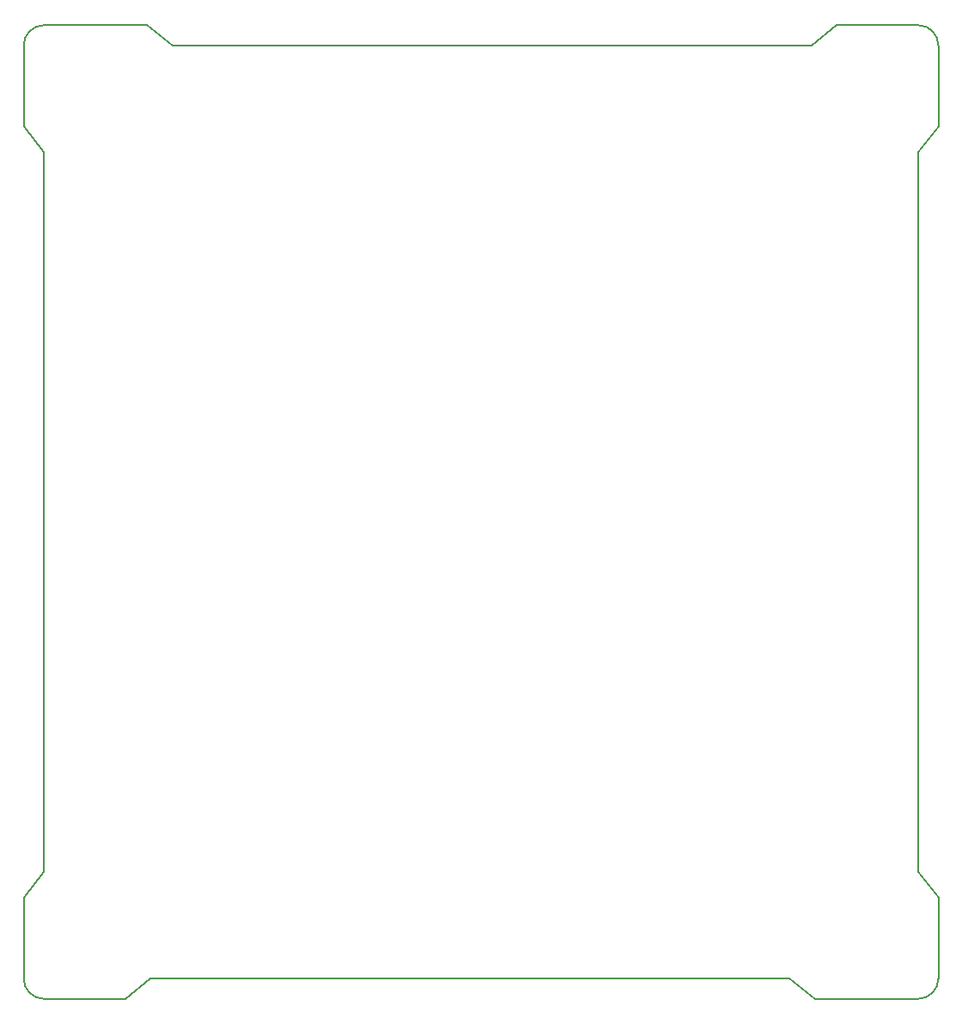
<source format=gbr>
%TF.GenerationSoftware,KiCad,Pcbnew,8.0.4*%
%TF.CreationDate,2024-08-06T12:26:23-05:00*%
%TF.ProjectId,PrintedCoralBoard,5072696e-7465-4644-936f-72616c426f61,rev?*%
%TF.SameCoordinates,Original*%
%TF.FileFunction,Profile,NP*%
%FSLAX46Y46*%
G04 Gerber Fmt 4.6, Leading zero omitted, Abs format (unit mm)*
G04 Created by KiCad (PCBNEW 8.0.4) date 2024-08-06 12:26:23*
%MOMM*%
%LPD*%
G01*
G04 APERTURE LIST*
%TA.AperFunction,Profile*%
%ADD10C,0.150000*%
%TD*%
G04 APERTURE END LIST*
D10*
X0Y-85890000D02*
X0Y-93890000D01*
X2000000Y-83390000D02*
X0Y-85890000D01*
X2000000Y-12500000D02*
X0Y-10000000D01*
X88170000Y-12500000D02*
X90170000Y-10000000D01*
X2000000Y-83390000D02*
X2000000Y-12500000D01*
X0Y-2000000D02*
G75*
G02*
X2000000Y0I1999999J1D01*
G01*
X14669999Y-2000000D02*
X77670000Y-2000000D01*
X90170000Y-10000000D02*
X90170000Y-2000000D01*
X88170000Y0D02*
X80170000Y0D01*
X90170000Y-93890000D02*
X90170000Y-85890000D01*
X0Y-2000000D02*
X0Y-10000000D01*
X75500000Y-93890000D02*
X78000000Y-95890000D01*
X88170000Y0D02*
G75*
G02*
X90170000Y-2000000I0J-2000000D01*
G01*
X77670000Y-2000000D02*
X80170000Y0D01*
X2000000Y-95890000D02*
X10000000Y-95890000D01*
X88170000Y-83390000D02*
X90170000Y-85890000D01*
X75500000Y-93890000D02*
X12500000Y-93890000D01*
X12170000Y0D02*
X2000000Y0D01*
X2000000Y-95890000D02*
G75*
G02*
X0Y-93890000I0J2000000D01*
G01*
X12500000Y-93890000D02*
X10000000Y-95890000D01*
X14669999Y-2000000D02*
X12170000Y0D01*
X78000000Y-95890000D02*
X88170000Y-95890000D01*
X88170000Y-12500000D02*
X88170000Y-83390000D01*
X90170000Y-93890000D02*
G75*
G02*
X88170000Y-95890000I-2000000J0D01*
G01*
M02*

</source>
